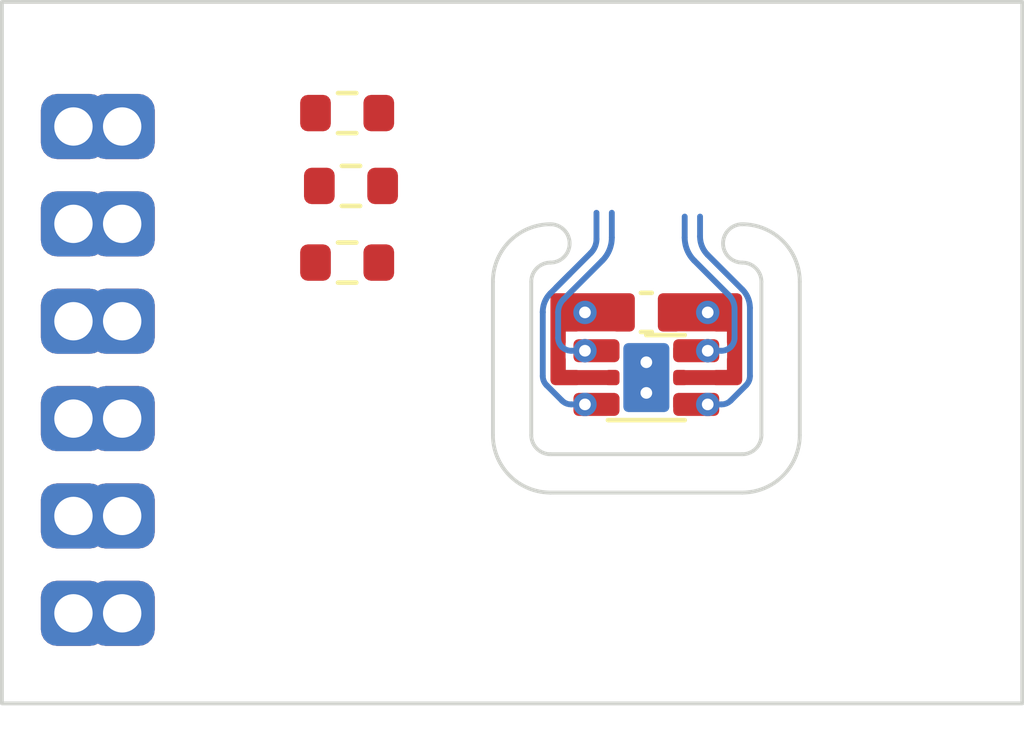
<source format=kicad_pcb>
(kicad_pcb (version 20221018) (generator pcbnew)
  (layers (0 "F.Cu" signal) (31 "B.Cu" signal) (34 "B.Paste" user) (35 "F.Paste" user) (36 "B.SilkS" user "B.Silkscreen") (37 "F.SilkS" user "F.Silkscreen") (38 "B.Mask" user) (39 "F.Mask" user) (44 "Edge.Cuts" user))
  (net 0 "")
  (net 1 "GND")
  (net 2 "/SCL")
  (net 3 "/ALERT")
  (net 4 "/ADD0")
  (net 5 "/SDA")
  (net 12 "VCC")
  (net 13 "/EP")
  (footprint "Resistor_SMD:R_0603_1608Metric" (layer "F.Cu") (at 132.3 95)
    (fp_text reference "R3" hide)
    (fp_text value "5K")
    (fp_line (start -0.237258 -0.5225) (end 0.237258 -0.5225) (stroke (width 0.12)) (layer "F.SilkS"))
    (fp_line (start -0.237258 0.5225) (end 0.237258 0.5225) (stroke (width 0.12)) (layer "F.SilkS"))
    (pad "1" smd roundrect (at -0.825 0) (size 0.8 0.95) (layers "F.Cu" "F.Paste" "F.Mask") (net 12 "VCC"))
    (pad "2" smd roundrect (at 0.825 0) (size 0.8 0.95) (layers "F.Cu" "F.Paste" "F.Mask") (net 3 "/ALERT"))
  )
  (footprint "Capacitor_SMD:C_0603_1608Metric" (layer "F.Cu") (at 140 98.3 180)
    (fp_text reference "C1" hide)
    (fp_text value "10uF")
    (fp_line (start -0.14058 -0.51) (end 0.14058 -0.51) (stroke (width 0.12)) (layer "F.SilkS"))
    (fp_line (start -0.14058 0.51) (end 0.14058 0.51) (stroke (width 0.12)) (layer "F.SilkS"))
    (pad "1" smd roundrect (at -0.775 0 180) (size 0.9 0.95) (layers "F.Cu" "F.Paste" "F.Mask") (net 12 "VCC"))
    (pad "2" smd roundrect (at 0.775 0 180) (size 0.9 0.95) (layers "F.Cu" "F.Paste" "F.Mask") (net 1 "GND"))
  )
  (footprint "Resistor_SMD:R_0603_1608Metric" (layer "F.Cu") (at 132.2 93.1)
    (fp_text reference "R2" hide)
    (fp_text value "5K")
    (fp_line (start -0.237258 -0.5225) (end 0.237258 -0.5225) (stroke (width 0.12)) (layer "F.SilkS"))
    (fp_line (start -0.237258 0.5225) (end 0.237258 0.5225) (stroke (width 0.12)) (layer "F.SilkS"))
    (pad "1" smd roundrect (at -0.825 0) (size 0.8 0.95) (layers "F.Cu" "F.Paste" "F.Mask") (net 12 "VCC"))
    (pad "2" smd roundrect (at 0.825 0) (size 0.8 0.95) (layers "F.Cu" "F.Paste" "F.Mask") (net 2 "/SCL"))
  )
  (footprint "Resistor_SMD:R_0603_1608Metric" (layer "F.Cu") (at 132.2 97 180)
    (fp_text reference "R1" hide)
    (fp_text value "5K")
    (fp_line (start -0.237258 -0.5225) (end 0.237258 -0.5225) (stroke (width 0.12)) (layer "F.SilkS"))
    (fp_line (start -0.237258 0.5225) (end 0.237258 0.5225) (stroke (width 0.12)) (layer "F.SilkS"))
    (pad "1" smd roundrect (at -0.825 0 180) (size 0.8 0.95) (layers "F.Cu" "F.Paste" "F.Mask") (net 12 "VCC"))
    (pad "2" smd roundrect (at 0.825 0 180) (size 0.8 0.95) (layers "F.Cu" "F.Paste" "F.Mask") (net 5 "/SDA"))
  )
  (footprint "Connector_PinHeader_2.54mm:PinHeader_1x06_P2.54mm_Vertical" (layer "F.Cu") (at 125.065 93.45)
    (fp_text reference "J1" hide)
    (fp_text value "IO")
    (pad "1" thru_hole roundrect (at 0 0) (size 1.7 1.7) (drill 1) (layers "*.Cu" "*.Mask"))
    (pad "1" thru_hole roundrect (at 1.27 0) (size 1.7 1.7) (drill 1) (layers "*.Cu" "*.Mask"))
    (pad "2" thru_hole roundrect (at 0 2.54) (size 1.7 1.7) (drill 1) (layers "*.Cu" "*.Mask"))
    (pad "2" thru_hole roundrect (at 1.27 2.54) (size 1.7 1.7) (drill 1) (layers "*.Cu" "*.Mask"))
    (pad "3" thru_hole roundrect (at 0 5.08) (size 1.7 1.7) (drill 1) (layers "*.Cu" "*.Mask"))
    (pad "3" thru_hole roundrect (at 1.27 5.08) (size 1.7 1.7) (drill 1) (layers "*.Cu" "*.Mask"))
    (pad "4" thru_hole roundrect (at 0 7.62) (size 1.7 1.7) (drill 1) (layers "*.Cu" "*.Mask"))
    (pad "4" thru_hole roundrect (at 1.27 7.62) (size 1.7 1.7) (drill 1) (layers "*.Cu" "*.Mask"))
    (pad "5" thru_hole roundrect (at 0 10.16) (size 1.7 1.7) (drill 1) (layers "*.Cu" "*.Mask"))
    (pad "5" thru_hole roundrect (at 1.27 10.16) (size 1.7 1.7) (drill 1) (layers "*.Cu" "*.Mask"))
    (pad "6" thru_hole roundrect (at 0 12.7) (size 1.7 1.7) (drill 1) (layers "*.Cu" "*.Mask"))
    (pad "6" thru_hole roundrect (at 1.27 12.7) (size 1.7 1.7) (drill 1) (layers "*.Cu" "*.Mask"))
  )
  (footprint "Package_SON:WSON-6-1EP_2x2mm_P0.65mm_EP1x1.6mm" (layer "F.Cu") (at 140 100)
    (fp_text reference "U1" hide)
    (fp_text value "TMP117xxDRV")
    (fp_line (start -1 1.11) (end 1 1.11) (stroke (width 0.12)) (layer "F.SilkS"))
    (fp_line (start 0 -1.11) (end 1 -1.11) (stroke (width 0.12)) (layer "F.SilkS"))
    (pad "1" smd roundrect (at -0.8875 -0.65) (size 0.375 0.4) (layers "F.Cu" "F.Paste" "F.Mask") (net 2 "/SCL"))
    (pad "2" smd roundrect (at -0.8875 0) (size 0.375 0.4) (layers "F.Cu" "F.Paste" "F.Mask") (net 1 "GND"))
    (pad "3" smd roundrect (at -0.8875 0.65) (size 0.375 0.4) (layers "F.Cu" "F.Paste" "F.Mask") (net 3 "/ALERT"))
    (pad "4" smd roundrect (at 0.8875 0.65) (size 0.375 0.4) (layers "F.Cu" "F.Paste" "F.Mask") (net 4 "/ADD0"))
    (pad "5" smd roundrect (at 0.8875 0) (size 0.375 0.4) (layers "F.Cu" "F.Paste" "F.Mask") (net 12 "VCC"))
    (pad "6" smd roundrect (at 0.8875 -0.65) (size 0.375 0.4) (layers "F.Cu" "F.Paste" "F.Mask") (net 5 "/SDA"))
    (pad "7" smd rect (at 0 0) (size 1 1.6) (layers "F.Cu" "F.Mask") (net 13 "/EP"))
  )
  (gr_line (start 136 97.5) (end 136.000001 101.499999) (stroke (width 0.1)) (layer "Edge.Cuts"))
  (gr_rect (start 123.2 90.2) (end 149.8 108.5) (stroke (width 0.1)) (fill none) (layer "Edge.Cuts"))
  (gr_arc (start 143 101.5) (mid 142.853553 101.853553) (end 142.5 102) (stroke (width 0.1)) (layer "Edge.Cuts"))
  (gr_line (start 137 101.5) (end 137 97.5) (stroke (width 0.1)) (layer "Edge.Cuts"))
  (gr_arc (start 137.5 102) (mid 137.146447 101.853553) (end 137 101.5) (stroke (width 0.1)) (layer "Edge.Cuts"))
  (gr_arc (start 143.999999 101.499999) (mid 143.560659 102.560659) (end 142.499999 102.999999) (stroke (width 0.1)) (layer "Edge.Cuts"))
  (gr_arc (start 137.500001 102.999999) (mid 136.439341 102.560659) (end 136.000001 101.499999) (stroke (width 0.1)) (layer "Edge.Cuts"))
  (gr_line (start 143 101.5) (end 143 97.5) (stroke (width 0.1)) (layer "Edge.Cuts"))
  (gr_line (start 142.499999 102.999999) (end 137.500001 102.999999) (stroke (width 0.1)) (layer "Edge.Cuts"))
  (gr_arc (start 142.5 97) (mid 142 96.5) (end 142.5 96) (stroke (width 0.1)) (layer "Edge.Cuts"))
  (gr_arc (start 142.499999 96.000001) (mid 143.560659 96.439341) (end 143.999999 97.500001) (stroke (width 0.1)) (layer "Edge.Cuts"))
  (gr_line (start 137.5 102) (end 142.5 102) (stroke (width 0.1)) (layer "Edge.Cuts"))
  (gr_line (start 143.999999 97.500001) (end 143.999999 101.499999) (stroke (width 0.1)) (layer "Edge.Cuts"))
  (gr_arc (start 142.5 97) (mid 142.853553 97.146447) (end 143 97.5) (stroke (width 0.1)) (layer "Edge.Cuts"))
  (gr_arc (start 136 97.5) (mid 136.43934 96.43934) (end 137.5 96) (stroke (width 0.1)) (layer "Edge.Cuts"))
  (gr_arc (start 137.5 96) (mid 138 96.5) (end 137.5 97) (stroke (width 0.1)) (layer "Edge.Cuts"))
  (gr_arc (start 137 97.5) (mid 137.146447 97.146447) (end 137.5 97) (stroke (width 0.1)) (layer "Edge.Cuts"))
  (via (at 138.4 98.3) (size 0.6096) (drill 0.3048) (layers "F.Cu" "B.Cu") (net 1))
  (via (at 138.4 99.3) (size 0.6096) (drill 0.3048) (layers "F.Cu" "B.Cu") (net 2))
  (segment (start 138.85 96.95) (end 137.85 97.95) (width 0.1524) (layer "B.Cu") (net 2))
  (segment (start 139.1 95.7) (end 139.1 96.346447) (width 0.1524) (layer "B.Cu") (net 2))
  (segment (start 137.85 97.95) (end 137.841421 97.958578) (width 0.1524) (layer "B.Cu") (net 2))
  (segment (start 138.041421 99.3) (end 138.4 99.3) (width 0.1524) (layer "B.Cu") (net 2))
  (segment (start 137.7 98.3) (end 137.7 98.958579) (width 0.1524) (layer "B.Cu") (net 2))
  (arc (start 139.1 96.346447) (mid 139.035027 96.673087) (end 138.85 96.95) (width 0.1524) (layer "B.Cu") (net 2))
  (arc (start 137.841421 97.958578) (mid 137.736754 98.115224) (end 137.7 98.3) (width 0.1524) (layer "B.Cu") (net 2))
  (arc (start 137.8 99.2) (mid 137.910765 99.274011) (end 138.041421 99.3) (width 0.1524) (layer "B.Cu") (net 2))
  (arc (start 137.7 98.958579) (mid 137.72599 99.089236) (end 137.8 99.2) (width 0.1524) (layer "B.Cu") (net 2))
  (via (at 138.4 100.7) (size 0.6096) (drill 0.3048) (layers "F.Cu" "B.Cu") (net 3))
  (segment (start 138.55 96.75) (end 137.65 97.65) (width 0.1524) (layer "B.Cu") (net 3))
  (segment (start 137.500816 97.800816) (end 138.000816 97.300816) (width 0.1524) (layer "B.Cu") (net 3))
  (segment (start 137.3 98.3) (end 137.3 98.285628) (width 0.1524) (layer "B.Cu") (net 3))
  (segment (start 137.3 99.958579) (end 137.3 98.3) (width 0.1524) (layer "B.Cu") (net 3))
  (segment (start 137.8 100.6) (end 137.4 100.2) (width 0.1524) (layer "B.Cu") (net 3))
  (segment (start 138.7 95.7) (end 138.7 96.387868) (width 0.1524) (layer "B.Cu") (net 3))
  (segment (start 138.4 100.7) (end 138.041421 100.7) (width 0.1524) (layer "B.Cu") (net 3))
  (arc (start 137.4 100.2) (mid 137.325989 100.089235) (end 137.3 99.958579) (width 0.1524) (layer "B.Cu") (net 3))
  (arc (start 138.041421 100.7) (mid 137.910765 100.674011) (end 137.8 100.6) (width 0.1524) (layer "B.Cu") (net 3))
  (arc (start 138.7 96.387868) (mid 138.661016 96.583852) (end 138.55 96.75) (width 0.1524) (layer "B.Cu") (net 3))
  (arc (start 137.3 98.285628) (mid 137.35219 98.02325) (end 137.500816 97.800816) (width 0.1524) (layer "B.Cu") (net 3))
  (via (at 141.6 100.7) (size 0.6096) (drill 0.3048) (layers "F.Cu" "B.Cu") (net 4))
  (segment (start 141.4 95.8) (end 141.4 96.317158) (width 0.1524) (layer "B.Cu") (net 4))
  (segment (start 142.7 98.182842) (end 142.7 99.958579) (width 0.1524) (layer "B.Cu") (net 4))
  (segment (start 142.6 100.2) (end 142.2 100.6) (width 0.1524) (layer "B.Cu") (net 4))
  (segment (start 141.958579 100.7) (end 141.6 100.7) (width 0.1524) (layer "B.Cu") (net 4))
  (segment (start 141.6 96.8) (end 142.5 97.7) (width 0.1524) (layer "B.Cu") (net 4))
  (arc (start 141.4 96.317158) (mid 141.451978 96.57847) (end 141.6 96.8) (width 0.1524) (layer "B.Cu") (net 4))
  (arc (start 142.2 100.6) (mid 142.089235 100.674011) (end 141.958579 100.7) (width 0.1524) (layer "B.Cu") (net 4))
  (arc (start 142.7 99.958579) (mid 142.674011 100.089235) (end 142.6 100.2) (width 0.1524) (layer "B.Cu") (net 4))
  (arc (start 142.5 97.7) (mid 142.648022 97.92153) (end 142.7 98.182842) (width 0.1524) (layer "B.Cu") (net 4))
  (via (at 141.6 99.3) (size 0.6096) (drill 0.3048) (layers "F.Cu" "B.Cu") (net 5))
  (segment (start 141.958579 99.3) (end 141.6 99.3) (width 0.1524) (layer "B.Cu") (net 5))
  (segment (start 142.3 98.212132) (end 142.3 98.958579) (width 0.1524) (layer "B.Cu") (net 5))
  (segment (start 141.25 96.95) (end 142.15 97.85) (width 0.1524) (layer "B.Cu") (net 5))
  (segment (start 141 95.8) (end 141 96.346447) (width 0.1524) (layer "B.Cu") (net 5))
  (arc (start 142.3 98.958579) (mid 142.274011 99.089235) (end 142.2 99.2) (width 0.1524) (layer "B.Cu") (net 5))
  (arc (start 142.15 97.85) (mid 142.261016 98.016148) (end 142.3 98.212132) (width 0.1524) (layer "B.Cu") (net 5))
  (arc (start 142.2 99.2) (mid 142.089236 99.27401) (end 141.958579 99.3) (width 0.1524) (layer "B.Cu") (net 5))
  (arc (start 141 96.346447) (mid 141.064972 96.673087) (end 141.25 96.95) (width 0.1524) (layer "B.Cu") (net 5))
  (via (at 141.6 98.3) (size 0.6096) (drill 0.3048) (layers "F.Cu" "B.Cu") (net 12))
  (via (at 140 99.6) (size 0.6096) (drill 0.3048) (layers "F.Cu" "B.Cu") (net 13))
  (via (at 140 100.4) (size 0.6096) (drill 0.3048) (layers "F.Cu" "B.Cu") (net 13))
  (zone (net 1) (net_name "GND") (layer "F.Cu") (connect_pads yes (clearance 0.127)) (min_thickness 0.127) (fill yes (thermal_gap 0.127) (thermal_bridge_width 0.5) (smoothing fillet) (radius 0.127) (island_removal_mode 1) (island_area_min 9.999999))
    (polygon (pts (xy 139.3 99.8) (xy 137.9 99.8) (xy 137.9 98.8) (xy 139.7 98.8) (xy 139.7 97.8) (xy 137.5 97.8) (xy 137.5 100.2) (xy 139.3 100.2)))
  )
  (zone (net 12) (net_name "VCC") (layer "F.Cu") (priority 1) (connect_pads yes (clearance 0.127)) (min_thickness 0.127) (fill yes (thermal_gap 0.127) (thermal_bridge_width 0.5) (smoothing fillet) (radius 0.127) (island_removal_mode 1) (island_area_min 9.999999))
    (polygon (pts (xy 140.7 99.8) (xy 142.1 99.8) (xy 142.1 98.8) (xy 140.3 98.8) (xy 140.3 97.8) (xy 142.5 97.8) (xy 142.5 100.2) (xy 140.7 100.2)))
  )
  (zone (net 5) (net_name "/SDA") (layer "F.Cu") (priority 2) (connect_pads yes (clearance 0.127)) (min_thickness 0.127) (fill yes (thermal_gap 0.127) (thermal_bridge_width 0.5) (smoothing fillet) (radius 0.127) (island_removal_mode 1) (island_area_min 9.999999))
    (polygon (pts (xy 140.7 99) (xy 141.9 99) (xy 141.9 99.6) (xy 140.7 99.6)))
  )
  (zone (net 2) (net_name "/SCL") (layer "F.Cu") (priority 3) (connect_pads yes (clearance 0.127)) (min_thickness 0.127) (fill yes (thermal_gap 0.127) (thermal_bridge_width 0.5) (smoothing fillet) (radius 0.127) (island_removal_mode 1) (island_area_min 9.999999))
    (polygon (pts (xy 139.3 99.6) (xy 138.1 99.6) (xy 138.1 99) (xy 139.3 99)))
  )
  (zone (net 3) (net_name "/ALERT") (layer "F.Cu") (priority 4) (connect_pads yes (clearance 0.127)) (min_thickness 0.127) (fill yes (thermal_gap 0.127) (thermal_bridge_width 0.5) (smoothing fillet) (radius 0.127) (island_removal_mode 1) (island_area_min 9.999999))
    (polygon (pts (xy 139.3 100.4) (xy 138.1 100.4) (xy 138.1 101) (xy 139.3 101)))
  )
  (zone (net 4) (net_name "/ADD0") (layer "F.Cu") (priority 5) (connect_pads yes (clearance 0.127)) (min_thickness 0.127) (fill yes (thermal_gap 0.127) (thermal_bridge_width 0.5) (smoothing fillet) (radius 0.127) (island_removal_mode 1) (island_area_min 9.999999))
    (polygon (pts (xy 140.7 100.4) (xy 140.7 101) (xy 141.9 101) (xy 141.9 100.4)))
  )
  (zone (net 13) (net_name "/EP") (layer "B.Cu") (priority 6) (connect_pads yes (clearance 0.127)) (min_thickness 0.127) (fill yes (thermal_gap 0.127) (thermal_bridge_width 0.5) (smoothing fillet) (radius 0.127) (island_removal_mode 1) (island_area_min 9.999999))
    (polygon (pts (xy 139.4 99.1) (xy 139.4 100.9) (xy 140.6 100.9) (xy 140.6 99.1)))
  )
)
</source>
